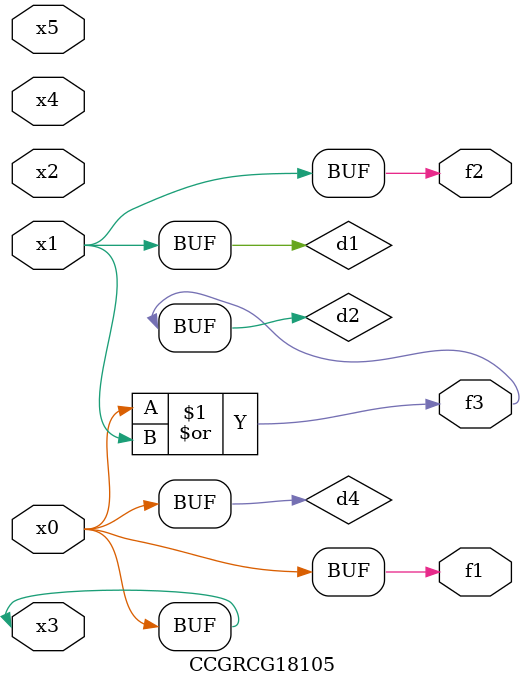
<source format=v>
module CCGRCG18105(
	input x0, x1, x2, x3, x4, x5,
	output f1, f2, f3
);

	wire d1, d2, d3, d4;

	and (d1, x1);
	or (d2, x0, x1);
	nand (d3, x0, x5);
	buf (d4, x0, x3);
	assign f1 = d4;
	assign f2 = d1;
	assign f3 = d2;
endmodule

</source>
